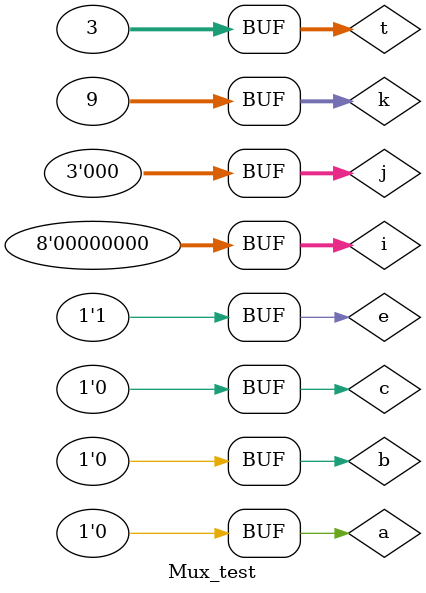
<source format=v>
`timescale 1ns/1ns
module Mux_test();
   reg a,b,c,e;
	reg [7:0]i;
	reg [2:0]j;
	wire y,y_inverted;
	integer k,t;
	multiplexer8_1 Mux1(y,y_inverted,i,a,b,c,e);
	//to demonstrate the soundness of 8-1 multiplexer, each port of i will consecutively load 
	// a distinct three-bit serie according to it's position in i as {a,b,c} switches to it.
	initial begin
	  i=0; {e,a,b,c}=0;
	  
	 
	  for(k=0;k<9;k=k+1)
	    begin
		 j=k;
		 for(t=0;t<3;t=t+1)
		   begin
			 {e,a,b,c}=k;
			//each i[k] will load a three-bit distinct serie 
		  i[k]=j[2-t];
	
	$monitor("i[7]=%d, i[6]=%d, i[5]=%d, i[4]=%d, i[3]=%d, i[2]=%d, i[1]=%d, i[0]=%d, a=%d, b=%d, c=%d, e=%d, y=%d,y_inverted=%d",i[7],i[6],i[5],i[4],i[3],i[2],i[1],i[0],a,b,c,e,y,y_inverted); 
		  
			#10;
			 end
			  i[k]=0;
		 end
	 end
	  
	
	endmodule
</source>
